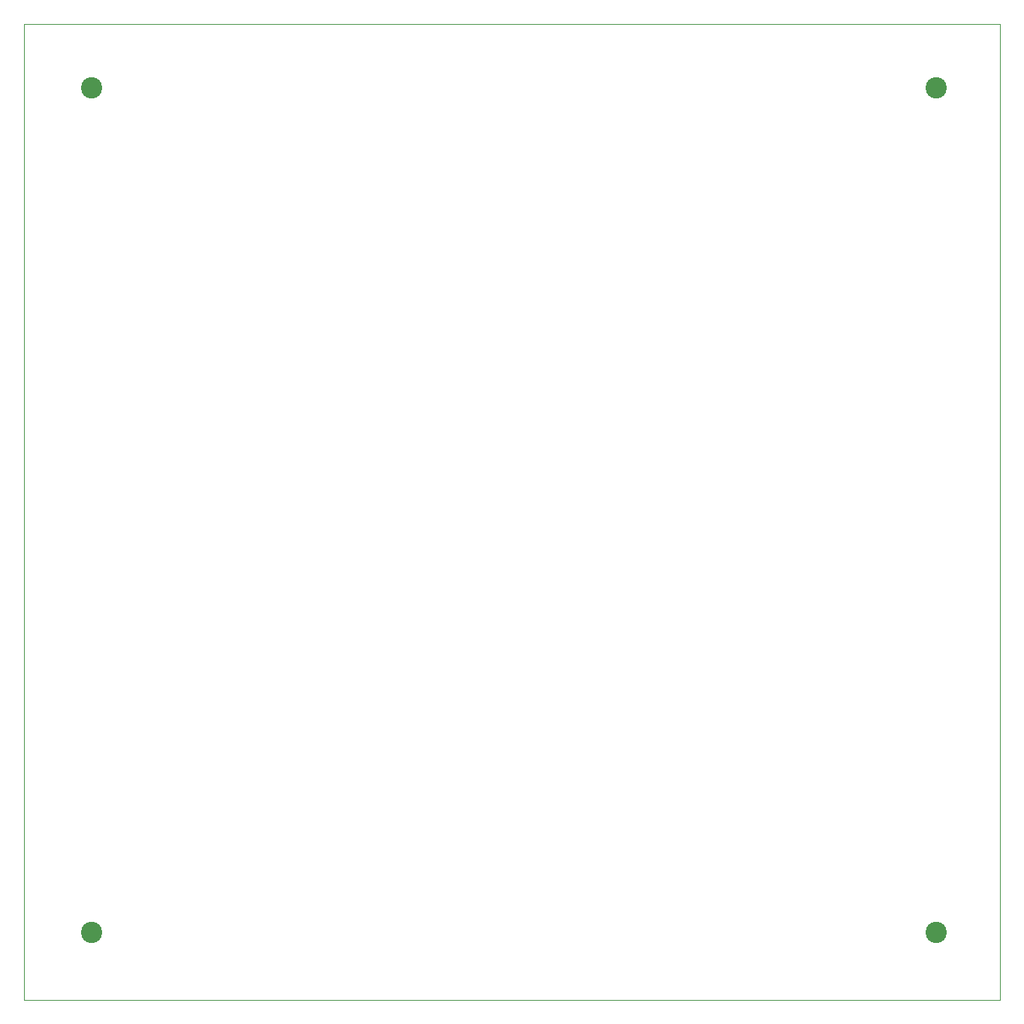
<source format=gbr>
%FSLAX34Y34*%
%MOMM*%
%LNSOLDERMASK_TOP*%
G71*
G01*
%ADD10C, 0.00*%
%ADD11C, 2.40*%
%LPD*%
G54D10*
X-50000Y1050000D02*
X1050000Y1050000D01*
X1050000Y-50000D01*
X-50000Y-50000D01*
X-50000Y1050000D01*
X25400Y977900D02*
G54D11*
D03*
X25400Y977900D02*
G54D11*
D03*
X25400Y977900D02*
G54D11*
D03*
X977900Y977900D02*
G54D11*
D03*
X977900Y25400D02*
G54D11*
D03*
X25400Y25400D02*
G54D11*
D03*
X25400Y977900D02*
G54D11*
D03*
M02*

</source>
